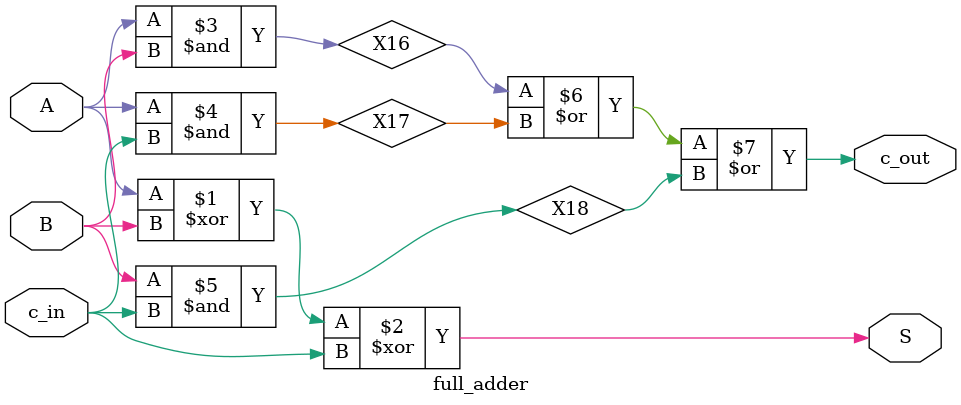
<source format=v>
`timescale 1ns / 1ps


module full_adder(
input A,
input B,
input c_in,
output S,
output c_out
);

wire X16, X17, X18;


xor U2 (S,A, B, c_in);

and U16 (X16,A, B);

and U17 (X17,A, c_in);

and U18 (X18,B, c_in);

or U21 (c_out,X16, X17, X18);

endmodule


</source>
